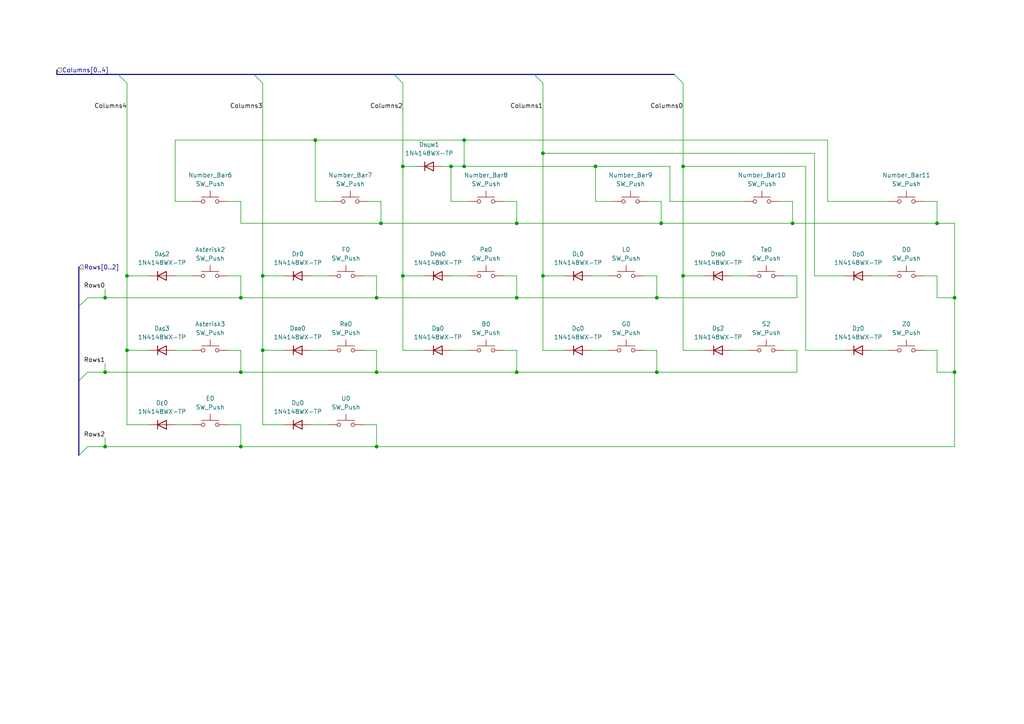
<source format=kicad_sch>
(kicad_sch (version 20250114) (generator "eeschema") (generator_version "9.0")
  (paper "A4")
  (title_block (title "Stenoswitch") (rev "0.1") (company "https://github.com/Bennett-Petzold/port_plover") (comment 1 "NO WARRANTY. See license.") (comment 2 "https://creativecommons.org/licenses/by-sa/4.0/") (comment 3 "© 2025. This work is openly licensed via CC BY-SA 4.0."))
  (lib_symbols
    (symbol "1N4148W_1" (pin_numbers (hide yes)) (pin_names (hide yes))
      (property "Reference" "D" (at 0 2.54 0))
      (property "Value" "1N4148W" (at 0 -2.54 0))
      (symbol "1N4148W_1_0_1"
        (polyline (pts (xy -1.27 1.27) (xy -1.27 -1.27)) (stroke (width 0.254)))
        (polyline (pts (xy 1.27 1.27) (xy 1.27 -1.27) (xy -1.27 0) (xy 1.27 1.27)) (stroke (width 0.254)))
        (polyline (pts (xy 1.27 0) (xy -1.27 0)))
      )
      (symbol "1N4148W_1_1_1"
        (pin passive line (at -3.81 0 0) (length 2.54) (name "K") (number "1"))
        (pin passive line (at 3.81 0 180) (length 2.54) (name "A") (number "2"))
      )
    )
    (symbol "1N4148W_10" (pin_numbers (hide yes)) (pin_names (hide yes))
      (property "Reference" "D" (at 0 2.54 0))
      (property "Value" "1N4148W" (at 0 -2.54 0))
      (symbol "1N4148W_10_0_1"
        (polyline (pts (xy -1.27 1.27) (xy -1.27 -1.27)) (stroke (width 0.254)))
        (polyline (pts (xy 1.27 1.27) (xy 1.27 -1.27) (xy -1.27 0) (xy 1.27 1.27)) (stroke (width 0.254)))
        (polyline (pts (xy 1.27 0) (xy -1.27 0)))
      )
      (symbol "1N4148W_10_1_1"
        (pin passive line (at -3.81 0 0) (length 2.54) (name "K") (number "1"))
        (pin passive line (at 3.81 0 180) (length 2.54) (name "A") (number "2"))
      )
    )
    (symbol "1N4148W_11" (pin_numbers (hide yes)) (pin_names (hide yes))
      (property "Reference" "D" (at 0 2.54 0))
      (property "Value" "1N4148W" (at 0 -2.54 0))
      (symbol "1N4148W_11_0_1"
        (polyline (pts (xy -1.27 1.27) (xy -1.27 -1.27)) (stroke (width 0.254)))
        (polyline (pts (xy 1.27 1.27) (xy 1.27 -1.27) (xy -1.27 0) (xy 1.27 1.27)) (stroke (width 0.254)))
        (polyline (pts (xy 1.27 0) (xy -1.27 0)))
      )
      (symbol "1N4148W_11_1_1"
        (pin passive line (at -3.81 0 0) (length 2.54) (name "K") (number "1"))
        (pin passive line (at 3.81 0 180) (length 2.54) (name "A") (number "2"))
      )
    )
    (symbol "1N4148W_12" (pin_numbers (hide yes)) (pin_names (hide yes))
      (property "Reference" "D" (at 0 2.54 0))
      (property "Value" "1N4148W" (at 0 -2.54 0))
      (symbol "1N4148W_12_0_1"
        (polyline (pts (xy -1.27 1.27) (xy -1.27 -1.27)) (stroke (width 0.254)))
        (polyline (pts (xy 1.27 1.27) (xy 1.27 -1.27) (xy -1.27 0) (xy 1.27 1.27)) (stroke (width 0.254)))
        (polyline (pts (xy 1.27 0) (xy -1.27 0)))
      )
      (symbol "1N4148W_12_1_1"
        (pin passive line (at -3.81 0 0) (length 2.54) (name "K") (number "1"))
        (pin passive line (at 3.81 0 180) (length 2.54) (name "A") (number "2"))
      )
    )
    (symbol "1N4148W_13" (pin_numbers (hide yes)) (pin_names (hide yes))
      (property "Reference" "D" (at 0 2.54 0))
      (property "Value" "1N4148W" (at 0 -2.54 0))
      (symbol "1N4148W_13_0_1"
        (polyline (pts (xy -1.27 1.27) (xy -1.27 -1.27)) (stroke (width 0.254)))
        (polyline (pts (xy 1.27 1.27) (xy 1.27 -1.27) (xy -1.27 0) (xy 1.27 1.27)) (stroke (width 0.254)))
        (polyline (pts (xy 1.27 0) (xy -1.27 0)))
      )
      (symbol "1N4148W_13_1_1"
        (pin passive line (at -3.81 0 0) (length 2.54) (name "K") (number "1"))
        (pin passive line (at 3.81 0 180) (length 2.54) (name "A") (number "2"))
      )
    )
    (symbol "1N4148W_14" (pin_numbers (hide yes)) (pin_names (hide yes))
      (property "Reference" "D" (at 0 2.54 0))
      (property "Value" "1N4148W" (at 0 -2.54 0))
      (symbol "1N4148W_14_0_1"
        (polyline (pts (xy -1.27 1.27) (xy -1.27 -1.27)) (stroke (width 0.254)))
        (polyline (pts (xy 1.27 1.27) (xy 1.27 -1.27) (xy -1.27 0) (xy 1.27 1.27)) (stroke (width 0.254)))
        (polyline (pts (xy 1.27 0) (xy -1.27 0)))
      )
      (symbol "1N4148W_14_1_1"
        (pin passive line (at -3.81 0 0) (length 2.54) (name "K") (number "1"))
        (pin passive line (at 3.81 0 180) (length 2.54) (name "A") (number "2"))
      )
    )
    (symbol "1N4148W_2" (pin_numbers (hide yes)) (pin_names (hide yes))
      (property "Reference" "D" (at 0 2.54 0))
      (property "Value" "1N4148W" (at 0 -2.54 0))
      (symbol "1N4148W_2_0_1"
        (polyline (pts (xy -1.27 1.27) (xy -1.27 -1.27)) (stroke (width 0.254)))
        (polyline (pts (xy 1.27 1.27) (xy 1.27 -1.27) (xy -1.27 0) (xy 1.27 1.27)) (stroke (width 0.254)))
        (polyline (pts (xy 1.27 0) (xy -1.27 0)))
      )
      (symbol "1N4148W_2_1_1"
        (pin passive line (at -3.81 0 0) (length 2.54) (name "K") (number "1"))
        (pin passive line (at 3.81 0 180) (length 2.54) (name "A") (number "2"))
      )
    )
    (symbol "1N4148W_3" (pin_numbers (hide yes)) (pin_names (hide yes))
      (property "Reference" "D" (at 0 2.54 0))
      (property "Value" "1N4148W" (at 0 -2.54 0))
      (symbol "1N4148W_3_0_1"
        (polyline (pts (xy -1.27 1.27) (xy -1.27 -1.27)) (stroke (width 0.254)))
        (polyline (pts (xy 1.27 1.27) (xy 1.27 -1.27) (xy -1.27 0) (xy 1.27 1.27)) (stroke (width 0.254)))
        (polyline (pts (xy 1.27 0) (xy -1.27 0)))
      )
      (symbol "1N4148W_3_1_1"
        (pin passive line (at -3.81 0 0) (length 2.54) (name "K") (number "1"))
        (pin passive line (at 3.81 0 180) (length 2.54) (name "A") (number "2"))
      )
    )
    (symbol "1N4148W_4" (pin_numbers (hide yes)) (pin_names (hide yes))
      (property "Reference" "D" (at 0 2.54 0))
      (property "Value" "1N4148W" (at 0 -2.54 0))
      (symbol "1N4148W_4_0_1"
        (polyline (pts (xy -1.27 1.27) (xy -1.27 -1.27)) (stroke (width 0.254)))
        (polyline (pts (xy 1.27 1.27) (xy 1.27 -1.27) (xy -1.27 0) (xy 1.27 1.27)) (stroke (width 0.254)))
        (polyline (pts (xy 1.27 0) (xy -1.27 0)))
      )
      (symbol "1N4148W_4_1_1"
        (pin passive line (at -3.81 0 0) (length 2.54) (name "K") (number "1"))
        (pin passive line (at 3.81 0 180) (length 2.54) (name "A") (number "2"))
      )
    )
    (symbol "1N4148W_5" (pin_numbers (hide yes)) (pin_names (hide yes))
      (property "Reference" "D" (at 0 2.54 0))
      (property "Value" "1N4148W" (at 0 -2.54 0))
      (symbol "1N4148W_5_0_1"
        (polyline (pts (xy -1.27 1.27) (xy -1.27 -1.27)) (stroke (width 0.254)))
        (polyline (pts (xy 1.27 1.27) (xy 1.27 -1.27) (xy -1.27 0) (xy 1.27 1.27)) (stroke (width 0.254)))
        (polyline (pts (xy 1.27 0) (xy -1.27 0)))
      )
      (symbol "1N4148W_5_1_1"
        (pin passive line (at -3.81 0 0) (length 2.54) (name "K") (number "1"))
        (pin passive line (at 3.81 0 180) (length 2.54) (name "A") (number "2"))
      )
    )
    (symbol "1N4148W_6" (pin_numbers (hide yes)) (pin_names (hide yes))
      (property "Reference" "D" (at 0 2.54 0))
      (property "Value" "1N4148W" (at 0 -2.54 0))
      (symbol "1N4148W_6_0_1"
        (polyline (pts (xy -1.27 1.27) (xy -1.27 -1.27)) (stroke (width 0.254)))
        (polyline (pts (xy 1.27 1.27) (xy 1.27 -1.27) (xy -1.27 0) (xy 1.27 1.27)) (stroke (width 0.254)))
        (polyline (pts (xy 1.27 0) (xy -1.27 0)))
      )
      (symbol "1N4148W_6_1_1"
        (pin passive line (at -3.81 0 0) (length 2.54) (name "K") (number "1"))
        (pin passive line (at 3.81 0 180) (length 2.54) (name "A") (number "2"))
      )
    )
    (symbol "1N4148W_7" (pin_numbers (hide yes)) (pin_names (hide yes))
      (property "Reference" "D" (at 0 2.54 0))
      (property "Value" "1N4148W" (at 0 -2.54 0))
      (symbol "1N4148W_7_0_1"
        (polyline (pts (xy -1.27 1.27) (xy -1.27 -1.27)) (stroke (width 0.254)))
        (polyline (pts (xy 1.27 1.27) (xy 1.27 -1.27) (xy -1.27 0) (xy 1.27 1.27)) (stroke (width 0.254)))
        (polyline (pts (xy 1.27 0) (xy -1.27 0)))
      )
      (symbol "1N4148W_7_1_1"
        (pin passive line (at -3.81 0 0) (length 2.54) (name "K") (number "1"))
        (pin passive line (at 3.81 0 180) (length 2.54) (name "A") (number "2"))
      )
    )
    (symbol "1N4148W_8" (pin_numbers (hide yes)) (pin_names (hide yes))
      (property "Reference" "D" (at 0 2.54 0))
      (property "Value" "1N4148W" (at 0 -2.54 0))
      (symbol "1N4148W_8_0_1"
        (polyline (pts (xy -1.27 1.27) (xy -1.27 -1.27)) (stroke (width 0.254)))
        (polyline (pts (xy 1.27 1.27) (xy 1.27 -1.27) (xy -1.27 0) (xy 1.27 1.27)) (stroke (width 0.254)))
        (polyline (pts (xy 1.27 0) (xy -1.27 0)))
      )
      (symbol "1N4148W_8_1_1"
        (pin passive line (at -3.81 0 0) (length 2.54) (name "K") (number "1"))
        (pin passive line (at 3.81 0 180) (length 2.54) (name "A") (number "2"))
      )
    )
    (symbol "1N4148W_9" (pin_numbers (hide yes)) (pin_names (hide yes))
      (property "Reference" "D" (at 0 2.54 0))
      (property "Value" "1N4148W" (at 0 -2.54 0))
      (symbol "1N4148W_9_0_1"
        (polyline (pts (xy -1.27 1.27) (xy -1.27 -1.27)) (stroke (width 0.254)))
        (polyline (pts (xy 1.27 1.27) (xy 1.27 -1.27) (xy -1.27 0) (xy 1.27 1.27)) (stroke (width 0.254)))
        (polyline (pts (xy 1.27 0) (xy -1.27 0)))
      )
      (symbol "1N4148W_9_1_1"
        (pin passive line (at -3.81 0 0) (length 2.54) (name "K") (number "1"))
        (pin passive line (at 3.81 0 180) (length 2.54) (name "A") (number "2"))
      )
    )
    (symbol "Diode:1N4148W" (pin_numbers (hide yes)) (pin_names (hide yes))
      (property "Reference" "D" (at 0 2.54 0))
      (property "Value" "1N4148W" (at 0 -2.54 0))
      (symbol "1N4148W_0_1"
        (polyline (pts (xy -1.27 1.27) (xy -1.27 -1.27)) (stroke (width 0.254)))
        (polyline (pts (xy 1.27 1.27) (xy 1.27 -1.27) (xy -1.27 0) (xy 1.27 1.27)) (stroke (width 0.254)))
        (polyline (pts (xy 1.27 0) (xy -1.27 0)))
      )
      (symbol "1N4148W_1_1"
        (pin passive line (at -3.81 0 0) (length 2.54) (name "K") (number "1"))
        (pin passive line (at 3.81 0 180) (length 2.54) (name "A") (number "2"))
      )
    )
    (symbol "Switch:SW_Push" (pin_numbers (hide yes)) (pin_names (offset 1.016) (hide yes))
      (property "Reference" "SW" (at 1.27 2.54 0))
      (property "Value" "SW_Push" (at 0 -1.524 0))
      (symbol "SW_Push_0_1"
        (circle (center -2.032 0) (radius 0.508))
        (polyline (pts (xy 0 1.27) (xy 0 3.048)))
        (circle (center 2.032 0) (radius 0.508))
        (polyline (pts (xy 2.54 1.27) (xy -2.54 1.27)))
        (pin passive line (at -5.08 0 0) (length 2.54) (name "1") (number "1"))
        (pin passive line (at 5.08 0 180) (length 2.54) (name "2") (number "2"))
      )
    )
  )
  (junction (at 190.5 107.95))
  (junction (at 30.48 129.54))
  (junction (at 91.44 40.64))
  (junction (at 134.62 40.64))
  (junction (at 76.2 80.01))
  (junction (at 76.2 101.6))
  (junction (at 116.84 48.26))
  (junction (at 134.62 48.26))
  (junction (at 198.12 80.01))
  (junction (at 109.22 129.54))
  (junction (at 198.12 48.26))
  (junction (at 69.85 107.95))
  (junction (at 30.48 107.95))
  (junction (at 191.77 64.77))
  (junction (at 116.84 80.01))
  (junction (at 109.22 86.36))
  (junction (at 276.86 86.36))
  (junction (at 36.83 101.6))
  (junction (at 69.85 86.36))
  (junction (at 172.72 48.26))
  (junction (at 109.22 107.95))
  (junction (at 149.86 107.95))
  (junction (at 276.86 107.95))
  (junction (at 69.85 129.54))
  (junction (at 271.78 64.77))
  (junction (at 130.81 48.26))
  (junction (at 190.5 86.36))
  (junction (at 30.48 86.36))
  (junction (at 149.86 64.77))
  (junction (at 110.49 64.77))
  (junction (at 229.87 64.77))
  (junction (at 149.86 86.36))
  (junction (at 157.48 80.01))
  (junction (at 157.48 44.45))
  (junction (at 36.83 80.01))
  (bus_entry (at 198.12 24.13) (size -2.54 -2.54))
  (bus_entry (at 76.2 24.13) (size -2.54 -2.54))
  (bus_entry (at 25.4 86.36) (size -2.54 2.54))
  (bus_entry (at 36.83 24.13) (size -2.54 -2.54))
  (bus_entry (at 157.48 24.13) (size -2.54 -2.54))
  (bus_entry (at 25.4 129.54) (size -2.54 2.54))
  (bus_entry (at 25.4 107.95) (size -2.54 2.54))
  (bus_entry (at 116.84 24.13) (size -2.54 -2.54))
  (wire (pts (xy 229.87 58.42) (xy 229.87 64.77)))
  (wire (pts (xy 157.48 80.01) (xy 163.83 80.01)))
  (wire (pts (xy 116.84 24.13) (xy 116.84 48.26)))
  (wire (pts (xy 190.5 86.36) (xy 149.86 86.36)))
  (wire (pts (xy 134.62 40.64) (xy 91.44 40.64)))
  (wire (pts (xy 271.78 64.77) (xy 276.86 64.77)))
  (wire (pts (xy 69.85 129.54) (xy 30.48 129.54)))
  (wire (pts (xy 212.09 101.6) (xy 217.17 101.6)))
  (wire (pts (xy 194.31 48.26) (xy 172.72 48.26)))
  (wire (pts (xy 276.86 107.95) (xy 276.86 129.54)))
  (wire (pts (xy 240.03 58.42) (xy 257.81 58.42)))
  (wire (pts (xy 76.2 123.19) (xy 76.2 101.6)))
  (wire (pts (xy 172.72 58.42) (xy 177.8 58.42)))
  (wire (pts (xy 120.65 48.26) (xy 116.84 48.26)))
  (wire (pts (xy 36.83 24.13) (xy 36.83 80.01)))
  (wire (pts (xy 233.68 48.26) (xy 198.12 48.26)))
  (wire (pts (xy 146.05 58.42) (xy 149.86 58.42)))
  (wire (pts (xy 231.14 107.95) (xy 190.5 107.95)))
  (wire (pts (xy 109.22 123.19) (xy 109.22 129.54)))
  (bus (pts (xy 22.86 77.47) (xy 22.86 88.9)))
  (wire (pts (xy 240.03 40.64) (xy 134.62 40.64)))
  (wire (pts (xy 267.97 80.01) (xy 271.78 80.01)))
  (bus (pts (xy 16.51 20.32) (xy 16.51 21.59)))
  (wire (pts (xy 187.96 58.42) (xy 191.77 58.42)))
  (wire (pts (xy 76.2 101.6) (xy 82.55 101.6)))
  (wire (pts (xy 240.03 58.42) (xy 240.03 40.64)))
  (wire (pts (xy 50.8 58.42) (xy 55.88 58.42)))
  (wire (pts (xy 149.86 58.42) (xy 149.86 64.77)))
  (wire (pts (xy 90.17 101.6) (xy 95.25 101.6)))
  (wire (pts (xy 236.22 44.45) (xy 157.48 44.45)))
  (wire (pts (xy 76.2 123.19) (xy 82.55 123.19)))
  (wire (pts (xy 191.77 58.42) (xy 191.77 64.77)))
  (wire (pts (xy 109.22 86.36) (xy 69.85 86.36)))
  (wire (pts (xy 134.62 48.26) (xy 172.72 48.26)))
  (wire (pts (xy 36.83 101.6) (xy 36.83 80.01)))
  (wire (pts (xy 276.86 129.54) (xy 109.22 129.54)))
  (wire (pts (xy 267.97 58.42) (xy 271.78 58.42)))
  (wire (pts (xy 82.55 80.01) (xy 76.2 80.01)))
  (wire (pts (xy 66.04 80.01) (xy 69.85 80.01)))
  (wire (pts (xy 134.62 40.64) (xy 134.62 48.26)))
  (wire (pts (xy 30.48 83.82) (xy 30.48 86.36)))
  (wire (pts (xy 229.87 64.77) (xy 271.78 64.77)))
  (wire (pts (xy 149.86 64.77) (xy 191.77 64.77)))
  (wire (pts (xy 50.8 40.64) (xy 91.44 40.64)))
  (wire (pts (xy 109.22 101.6) (xy 109.22 107.95)))
  (wire (pts (xy 50.8 40.64) (xy 50.8 58.42)))
  (wire (pts (xy 90.17 80.01) (xy 95.25 80.01)))
  (wire (pts (xy 227.33 101.6) (xy 231.14 101.6)))
  (wire (pts (xy 198.12 48.26) (xy 198.12 80.01)))
  (wire (pts (xy 236.22 80.01) (xy 236.22 44.45)))
  (wire (pts (xy 76.2 101.6) (xy 76.2 80.01)))
  (wire (pts (xy 227.33 80.01) (xy 231.14 80.01)))
  (wire (pts (xy 149.86 86.36) (xy 109.22 86.36)))
  (wire (pts (xy 110.49 64.77) (xy 69.85 64.77)))
  (wire (pts (xy 198.12 24.13) (xy 198.12 48.26)))
  (wire (pts (xy 36.83 123.19) (xy 43.18 123.19)))
  (wire (pts (xy 194.31 58.42) (xy 215.9 58.42)))
  (bus (pts (xy 195.58 21.59) (xy 154.94 21.59)))
  (wire (pts (xy 276.86 107.95) (xy 271.78 107.95)))
  (wire (pts (xy 198.12 101.6) (xy 204.47 101.6)))
  (wire (pts (xy 110.49 58.42) (xy 110.49 64.77)))
  (wire (pts (xy 252.73 101.6) (xy 257.81 101.6)))
  (wire (pts (xy 109.22 129.54) (xy 69.85 129.54)))
  (wire (pts (xy 69.85 101.6) (xy 69.85 107.95)))
  (wire (pts (xy 231.14 86.36) (xy 190.5 86.36)))
  (wire (pts (xy 69.85 107.95) (xy 30.48 107.95)))
  (wire (pts (xy 267.97 101.6) (xy 271.78 101.6)))
  (wire (pts (xy 198.12 80.01) (xy 204.47 80.01)))
  (wire (pts (xy 186.69 80.01) (xy 190.5 80.01)))
  (wire (pts (xy 116.84 101.6) (xy 116.84 80.01)))
  (wire (pts (xy 276.86 64.77) (xy 276.86 86.36)))
  (wire (pts (xy 149.86 101.6) (xy 149.86 107.95)))
  (wire (pts (xy 231.14 101.6) (xy 231.14 107.95)))
  (wire (pts (xy 105.41 80.01) (xy 109.22 80.01)))
  (wire (pts (xy 105.41 101.6) (xy 109.22 101.6)))
  (wire (pts (xy 69.85 123.19) (xy 69.85 129.54)))
  (wire (pts (xy 233.68 101.6) (xy 233.68 48.26)))
  (wire (pts (xy 172.72 58.42) (xy 172.72 48.26)))
  (wire (pts (xy 91.44 58.42) (xy 96.52 58.42)))
  (wire (pts (xy 69.85 58.42) (xy 69.85 64.77)))
  (wire (pts (xy 50.8 80.01) (xy 55.88 80.01)))
  (wire (pts (xy 276.86 86.36) (xy 271.78 86.36)))
  (wire (pts (xy 30.48 105.41) (xy 30.48 107.95)))
  (wire (pts (xy 157.48 44.45) (xy 157.48 80.01)))
  (wire (pts (xy 130.81 48.26) (xy 134.62 48.26)))
  (wire (pts (xy 198.12 101.6) (xy 198.12 80.01)))
  (wire (pts (xy 130.81 58.42) (xy 135.89 58.42)))
  (wire (pts (xy 271.78 80.01) (xy 271.78 86.36)))
  (wire (pts (xy 105.41 123.19) (xy 109.22 123.19)))
  (wire (pts (xy 212.09 80.01) (xy 217.17 80.01)))
  (wire (pts (xy 186.69 101.6) (xy 190.5 101.6)))
  (wire (pts (xy 109.22 80.01) (xy 109.22 86.36)))
  (wire (pts (xy 30.48 86.36) (xy 25.4 86.36)))
  (wire (pts (xy 190.5 101.6) (xy 190.5 107.95)))
  (wire (pts (xy 30.48 127) (xy 30.48 129.54)))
  (wire (pts (xy 36.83 123.19) (xy 36.83 101.6)))
  (wire (pts (xy 171.45 101.6) (xy 176.53 101.6)))
  (wire (pts (xy 43.18 80.01) (xy 36.83 80.01)))
  (wire (pts (xy 69.85 80.01) (xy 69.85 86.36)))
  (wire (pts (xy 157.48 24.13) (xy 157.48 44.45)))
  (wire (pts (xy 130.81 80.01) (xy 135.89 80.01)))
  (wire (pts (xy 36.83 101.6) (xy 43.18 101.6)))
  (wire (pts (xy 171.45 80.01) (xy 176.53 80.01)))
  (bus (pts (xy 16.51 21.59) (xy 34.29 21.59)))
  (bus (pts (xy 154.94 21.59) (xy 114.3 21.59)))
  (wire (pts (xy 91.44 40.64) (xy 91.44 58.42)))
  (wire (pts (xy 30.48 107.95) (xy 25.4 107.95)))
  (wire (pts (xy 226.06 58.42) (xy 229.87 58.42)))
  (wire (pts (xy 50.8 101.6) (xy 55.88 101.6)))
  (wire (pts (xy 109.22 107.95) (xy 69.85 107.95)))
  (wire (pts (xy 236.22 80.01) (xy 245.11 80.01)))
  (wire (pts (xy 271.78 101.6) (xy 271.78 107.95)))
  (wire (pts (xy 149.86 80.01) (xy 149.86 86.36)))
  (wire (pts (xy 245.11 101.6) (xy 233.68 101.6)))
  (wire (pts (xy 130.81 48.26) (xy 130.81 58.42)))
  (wire (pts (xy 116.84 101.6) (xy 123.19 101.6)))
  (wire (pts (xy 146.05 80.01) (xy 149.86 80.01)))
  (wire (pts (xy 106.68 58.42) (xy 110.49 58.42)))
  (wire (pts (xy 116.84 80.01) (xy 123.19 80.01)))
  (wire (pts (xy 30.48 129.54) (xy 25.4 129.54)))
  (bus (pts (xy 114.3 21.59) (xy 73.66 21.59)))
  (wire (pts (xy 190.5 80.01) (xy 190.5 86.36)))
  (wire (pts (xy 69.85 86.36) (xy 30.48 86.36)))
  (wire (pts (xy 191.77 64.77) (xy 229.87 64.77)))
  (wire (pts (xy 149.86 64.77) (xy 110.49 64.77)))
  (wire (pts (xy 90.17 123.19) (xy 95.25 123.19)))
  (wire (pts (xy 128.27 48.26) (xy 130.81 48.26)))
  (bus (pts (xy 22.86 110.49) (xy 22.86 132.08)))
  (wire (pts (xy 116.84 48.26) (xy 116.84 80.01)))
  (wire (pts (xy 130.81 101.6) (xy 135.89 101.6)))
  (wire (pts (xy 66.04 123.19) (xy 69.85 123.19)))
  (wire (pts (xy 190.5 107.95) (xy 149.86 107.95)))
  (wire (pts (xy 149.86 107.95) (xy 109.22 107.95)))
  (wire (pts (xy 276.86 86.36) (xy 276.86 107.95)))
  (wire (pts (xy 76.2 24.13) (xy 76.2 80.01)))
  (wire (pts (xy 66.04 101.6) (xy 69.85 101.6)))
  (wire (pts (xy 252.73 80.01) (xy 257.81 80.01)))
  (bus (pts (xy 73.66 21.59) (xy 34.29 21.59)))
  (wire (pts (xy 271.78 58.42) (xy 271.78 64.77)))
  (wire (pts (xy 157.48 101.6) (xy 163.83 101.6)))
  (wire (pts (xy 157.48 101.6) (xy 157.48 80.01)))
  (wire (pts (xy 50.8 123.19) (xy 55.88 123.19)))
  (wire (pts (xy 231.14 80.01) (xy 231.14 86.36)))
  (bus (pts (xy 22.86 88.9) (xy 22.86 110.49)))
  (wire (pts (xy 194.31 58.42) (xy 194.31 48.26)))
  (wire (pts (xy 146.05 101.6) (xy 149.86 101.6)))
  (wire (pts (xy 66.04 58.42) (xy 69.85 58.42)))
  (label "Columns0" (at 198.12 31.75 180))
  (label "Rows2" (at 30.48 127 180))
  (label "Columns2" (at 116.84 31.75 180))
  (label "Columns4" (at 36.83 31.75 180))
  (label "Rows1" (at 30.48 105.41 180))
  (label "Columns3" (at 76.2 31.75 180))
  (label "Rows0" (at 30.48 83.82 180))
  (label "Columns1" (at 157.48 31.75 180))
  (hierarchical_label "Rows[0..2]" (shape input) (at 22.86 77.47 0))
  (hierarchical_label "Columns[0..4]" (shape input) (at 16.51 20.32 0))
  (symbol (lib_name "1N4148W_13") (lib_id "Diode:1N4148W") (at 167.64 80.01 0) (mirror x) (unit 1)
    (property "Reference" "D_{L}0" (at 167.64 73.66 0))
    (property "Value" "1N4148WX-TP" (at 167.64 76.2 0))
    (property "Footprint" "Diode_SMD:D_SOD-323" (effects (hide yes)))
    (property "Datasheet" "https://www.mccsemi.com/pdf/Products/1N4148WX(SOD-323).pdf" (effects (hide yes)))
    (property "Description" "75V 0.15A Fast Switching Diode, SOD-123" (effects (hide yes)))
    (property "Sim.Device" "D" (effects (hide yes)))
    (property "Sim.Pins" "1=K 2=A" (effects (hide yes)))
  )
  (symbol (lib_name "1N4148W_1") (lib_id "Diode:1N4148W") (at 167.64 101.6 0) (mirror x) (unit 1)
    (property "Reference" "D_{G}0" (at 167.64 95.25 0))
    (property "Value" "1N4148WX-TP" (at 167.64 97.79 0))
    (property "Footprint" "Diode_SMD:D_SOD-323" (effects (hide yes)))
    (property "Datasheet" "https://www.mccsemi.com/pdf/Products/1N4148WX(SOD-323).pdf" (effects (hide yes)))
    (property "Description" "75V 0.15A Fast Switching Diode, SOD-123" (effects (hide yes)))
    (property "Sim.Device" "D" (effects (hide yes)))
    (property "Sim.Pins" "1=K 2=A" (effects (hide yes)))
  )
  (symbol (lib_name "1N4148W_4") (lib_id "Diode:1N4148W") (at 127 101.6 0) (mirror x) (unit 1)
    (property "Reference" "D_{B}0" (at 127 95.25 0))
    (property "Value" "1N4148WX-TP" (at 127 97.79 0))
    (property "Footprint" "Diode_SMD:D_SOD-323" (effects (hide yes)))
    (property "Datasheet" "https://www.mccsemi.com/pdf/Products/1N4148WX(SOD-323).pdf" (effects (hide yes)))
    (property "Description" "75V 0.15A Fast Switching Diode, SOD-123" (effects (hide yes)))
    (property "Sim.Device" "D" (effects (hide yes)))
    (property "Sim.Pins" "1=K 2=A" (effects (hide yes)))
  )
  (symbol (lib_id "Switch:SW_Push") (at 60.96 58.42 0) (mirror y) (unit 1)
    (property "Reference" "Number_Bar6" (at 60.96 50.8 0))
    (property "Value" "SW_Push" (at 60.96 53.34 0))
    (property "Footprint" "PCM_Switch_Keyboard_Cherry_MX:SW_Cherry_MX_PCB" (effects (hide yes)))
    (property "Description" "Push button switch, generic, two pins" (effects (hide yes)))
    (property "Sim.Device" "SW" (effects (hide yes)))
    (property "Sim.Type" "V" (effects (hide yes)))
    (property "Sim.Pins" "1=ctrl+ 2=ctrl-" (effects (hide yes)))
    (property "Sim.Params" "ic=off" (effects (hide yes)))
  )
  (symbol (lib_id "Switch:SW_Push") (at 100.33 123.19 0) (mirror y) (unit 1)
    (property "Reference" "U0" (at 100.33 115.57 0))
    (property "Value" "SW_Push" (at 100.33 118.11 0))
    (property "Footprint" "PCM_Switch_Keyboard_Cherry_MX:SW_Cherry_MX_PCB" (effects (hide yes)))
    (property "Description" "Push button switch, generic, two pins" (effects (hide yes)))
    (property "Sim.Device" "SW" (effects (hide yes)))
    (property "Sim.Type" "V" (effects (hide yes)))
    (property "Sim.Pins" "1=ctrl+ 2=ctrl-" (effects (hide yes)))
    (property "Sim.Params" "ic=off" (effects (hide yes)))
  )
  (symbol (lib_id "Switch:SW_Push") (at 262.89 101.6 0) (mirror y) (unit 1)
    (property "Reference" "Z0" (at 262.89 93.98 0))
    (property "Value" "SW_Push" (at 262.89 96.52 0))
    (property "Footprint" "PCM_Switch_Keyboard_Cherry_MX:SW_Cherry_MX_PCB" (effects (hide yes)))
    (property "Description" "Push button switch, generic, two pins" (effects (hide yes)))
    (property "Sim.Device" "SW" (effects (hide yes)))
    (property "Sim.Type" "V" (effects (hide yes)))
    (property "Sim.Pins" "1=ctrl+ 2=ctrl-" (effects (hide yes)))
    (property "Sim.Params" "ic=off" (effects (hide yes)))
  )
  (symbol (lib_id "Switch:SW_Push") (at 101.6 58.42 0) (mirror y) (unit 1)
    (property "Reference" "Number_Bar7" (at 101.6 50.8 0))
    (property "Value" "SW_Push" (at 101.6 53.34 0))
    (property "Footprint" "PCM_Switch_Keyboard_Cherry_MX:SW_Cherry_MX_PCB" (effects (hide yes)))
    (property "Description" "Push button switch, generic, two pins" (effects (hide yes)))
    (property "Sim.Device" "SW" (effects (hide yes)))
    (property "Sim.Type" "V" (effects (hide yes)))
    (property "Sim.Pins" "1=ctrl+ 2=ctrl-" (effects (hide yes)))
    (property "Sim.Params" "ic=off" (effects (hide yes)))
  )
  (symbol (lib_name "1N4148W_12") (lib_id "Diode:1N4148W") (at 46.99 80.01 0) (mirror x) (unit 1)
    (property "Reference" "D_{AS}2" (at 46.99 73.66 0))
    (property "Value" "1N4148WX-TP" (at 46.99 76.2 0))
    (property "Footprint" "Diode_SMD:D_SOD-323" (effects (hide yes)))
    (property "Datasheet" "https://www.mccsemi.com/pdf/Products/1N4148WX(SOD-323).pdf" (effects (hide yes)))
    (property "Description" "75V 0.15A Fast Switching Diode, SOD-123" (effects (hide yes)))
    (property "Sim.Device" "D" (effects (hide yes)))
    (property "Sim.Pins" "1=K 2=A" (effects (hide yes)))
  )
  (symbol (lib_name "1N4148W_3") (lib_id "Diode:1N4148W") (at 248.92 101.6 0) (mirror x) (unit 1)
    (property "Reference" "D_{Z}0" (at 248.92 95.25 0))
    (property "Value" "1N4148WX-TP" (at 248.92 97.79 0))
    (property "Footprint" "Diode_SMD:D_SOD-323" (effects (hide yes)))
    (property "Datasheet" "https://www.mccsemi.com/pdf/Products/1N4148WX(SOD-323).pdf" (effects (hide yes)))
    (property "Description" "75V 0.15A Fast Switching Diode, SOD-123" (effects (hide yes)))
    (property "Sim.Device" "D" (effects (hide yes)))
    (property "Sim.Pins" "1=K 2=A" (effects (hide yes)))
  )
  (symbol (lib_name "1N4148W_7") (lib_id "Diode:1N4148W") (at 46.99 101.6 0) (mirror x) (unit 1)
    (property "Reference" "D_{AS}3" (at 46.99 95.25 0))
    (property "Value" "1N4148WX-TP" (at 46.99 97.79 0))
    (property "Footprint" "Diode_SMD:D_SOD-323" (effects (hide yes)))
    (property "Datasheet" "https://www.mccsemi.com/pdf/Products/1N4148WX(SOD-323).pdf" (effects (hide yes)))
    (property "Description" "75V 0.15A Fast Switching Diode, SOD-123" (effects (hide yes)))
    (property "Sim.Device" "D" (effects (hide yes)))
    (property "Sim.Pins" "1=K 2=A" (effects (hide yes)))
  )
  (symbol (lib_name "1N4148W_2") (lib_id "Diode:1N4148W") (at 248.92 80.01 0) (mirror x) (unit 1)
    (property "Reference" "D_{D}0" (at 248.92 73.66 0))
    (property "Value" "1N4148WX-TP" (at 248.92 76.2 0))
    (property "Footprint" "Diode_SMD:D_SOD-323" (effects (hide yes)))
    (property "Datasheet" "https://www.mccsemi.com/pdf/Products/1N4148WX(SOD-323).pdf" (effects (hide yes)))
    (property "Description" "75V 0.15A Fast Switching Diode, SOD-123" (effects (hide yes)))
    (property "Sim.Device" "D" (effects (hide yes)))
    (property "Sim.Pins" "1=K 2=A" (effects (hide yes)))
  )
  (symbol (lib_name "1N4148W_5") (lib_id "Diode:1N4148W") (at 86.36 123.19 0) (mirror x) (unit 1)
    (property "Reference" "D_{U}0" (at 86.36 116.84 0))
    (property "Value" "1N4148WX-TP" (at 86.36 119.38 0))
    (property "Footprint" "Diode_SMD:D_SOD-323" (effects (hide yes)))
    (property "Datasheet" "https://www.mccsemi.com/pdf/Products/1N4148WX(SOD-323).pdf" (effects (hide yes)))
    (property "Description" "75V 0.15A Fast Switching Diode, SOD-123" (effects (hide yes)))
    (property "Sim.Device" "D" (effects (hide yes)))
    (property "Sim.Pins" "1=K 2=A" (effects (hide yes)))
  )
  (symbol (lib_id "Switch:SW_Push") (at 60.96 123.19 0) (mirror y) (unit 1)
    (property "Reference" "E0" (at 60.96 115.57 0))
    (property "Value" "SW_Push" (at 60.96 118.11 0))
    (property "Footprint" "PCM_Switch_Keyboard_Cherry_MX:SW_Cherry_MX_PCB" (effects (hide yes)))
    (property "Description" "Push button switch, generic, two pins" (effects (hide yes)))
    (property "Sim.Device" "SW" (effects (hide yes)))
    (property "Sim.Type" "V" (effects (hide yes)))
    (property "Sim.Pins" "1=ctrl+ 2=ctrl-" (effects (hide yes)))
    (property "Sim.Params" "ic=off" (effects (hide yes)))
  )
  (symbol (lib_id "Switch:SW_Push") (at 222.25 80.01 0) (mirror y) (unit 1)
    (property "Reference" "T_{R}0" (at 222.25 72.39 0))
    (property "Value" "SW_Push" (at 222.25 74.93 0))
    (property "Footprint" "PCM_Switch_Keyboard_Cherry_MX:SW_Cherry_MX_PCB" (effects (hide yes)))
    (property "Description" "Push button switch, generic, two pins" (effects (hide yes)))
    (property "Sim.Device" "SW" (effects (hide yes)))
    (property "Sim.Type" "V" (effects (hide yes)))
    (property "Sim.Pins" "1=ctrl+ 2=ctrl-" (effects (hide yes)))
    (property "Sim.Params" "ic=off" (effects (hide yes)))
  )
  (symbol (lib_name "1N4148W_10") (lib_id "Diode:1N4148W") (at 208.28 101.6 0) (mirror x) (unit 1)
    (property "Reference" "D_{S}2" (at 208.28 95.25 0))
    (property "Value" "1N4148WX-TP" (at 208.28 97.79 0))
    (property "Footprint" "Diode_SMD:D_SOD-323" (effects (hide yes)))
    (property "Datasheet" "https://www.mccsemi.com/pdf/Products/1N4148WX(SOD-323).pdf" (effects (hide yes)))
    (property "Description" "75V 0.15A Fast Switching Diode, SOD-123" (effects (hide yes)))
    (property "Sim.Device" "D" (effects (hide yes)))
    (property "Sim.Pins" "1=K 2=A" (effects (hide yes)))
  )
  (symbol (lib_name "1N4148W_11") (lib_id "Diode:1N4148W") (at 127 80.01 0) (mirror x) (unit 1)
    (property "Reference" "D_{PR}0" (at 127 73.66 0))
    (property "Value" "1N4148WX-TP" (at 127 76.2 0))
    (property "Footprint" "Diode_SMD:D_SOD-323" (effects (hide yes)))
    (property "Datasheet" "https://www.mccsemi.com/pdf/Products/1N4148WX(SOD-323).pdf" (effects (hide yes)))
    (property "Description" "75V 0.15A Fast Switching Diode, SOD-123" (effects (hide yes)))
    (property "Sim.Device" "D" (effects (hide yes)))
    (property "Sim.Pins" "1=K 2=A" (effects (hide yes)))
  )
  (symbol (lib_name "1N4148W_9") (lib_id "Diode:1N4148W") (at 86.36 80.01 0) (mirror x) (unit 1)
    (property "Reference" "D_{F}0" (at 86.36 73.66 0))
    (property "Value" "1N4148WX-TP" (at 86.36 76.2 0))
    (property "Footprint" "Diode_SMD:D_SOD-323" (effects (hide yes)))
    (property "Datasheet" "https://www.mccsemi.com/pdf/Products/1N4148WX(SOD-323).pdf" (effects (hide yes)))
    (property "Description" "75V 0.15A Fast Switching Diode, SOD-123" (effects (hide yes)))
    (property "Sim.Device" "D" (effects (hide yes)))
    (property "Sim.Pins" "1=K 2=A" (effects (hide yes)))
  )
  (symbol (lib_id "Switch:SW_Push") (at 181.61 80.01 0) (mirror y) (unit 1)
    (property "Reference" "L0" (at 181.61 72.39 0))
    (property "Value" "SW_Push" (at 181.61 74.93 0))
    (property "Footprint" "PCM_Switch_Keyboard_Cherry_MX:SW_Cherry_MX_PCB" (effects (hide yes)))
    (property "Description" "Push button switch, generic, two pins" (effects (hide yes)))
    (property "Sim.Device" "SW" (effects (hide yes)))
    (property "Sim.Type" "V" (effects (hide yes)))
    (property "Sim.Pins" "1=ctrl+ 2=ctrl-" (effects (hide yes)))
    (property "Sim.Params" "ic=off" (effects (hide yes)))
  )
  (symbol (lib_id "Switch:SW_Push") (at 181.61 101.6 0) (mirror y) (unit 1)
    (property "Reference" "G0" (at 181.61 93.98 0))
    (property "Value" "SW_Push" (at 181.61 96.52 0))
    (property "Footprint" "PCM_Switch_Keyboard_Cherry_MX:SW_Cherry_MX_PCB" (effects (hide yes)))
    (property "Description" "Push button switch, generic, two pins" (effects (hide yes)))
    (property "Sim.Device" "SW" (effects (hide yes)))
    (property "Sim.Type" "V" (effects (hide yes)))
    (property "Sim.Pins" "1=ctrl+ 2=ctrl-" (effects (hide yes)))
    (property "Sim.Params" "ic=off" (effects (hide yes)))
  )
  (symbol (lib_id "Switch:SW_Push") (at 140.97 101.6 0) (mirror y) (unit 1)
    (property "Reference" "B0" (at 140.97 93.98 0))
    (property "Value" "SW_Push" (at 140.97 96.52 0))
    (property "Footprint" "PCM_Switch_Keyboard_Cherry_MX:SW_Cherry_MX_PCB" (effects (hide yes)))
    (property "Description" "Push button switch, generic, two pins" (effects (hide yes)))
    (property "Sim.Device" "SW" (effects (hide yes)))
    (property "Sim.Type" "V" (effects (hide yes)))
    (property "Sim.Pins" "1=ctrl+ 2=ctrl-" (effects (hide yes)))
    (property "Sim.Params" "ic=off" (effects (hide yes)))
  )
  (symbol (lib_name "1N4148W_14") (lib_id "Diode:1N4148W") (at 208.28 80.01 0) (mirror x) (unit 1)
    (property "Reference" "D_{TR}0" (at 208.28 73.66 0))
    (property "Value" "1N4148WX-TP" (at 208.28 76.2 0))
    (property "Footprint" "Diode_SMD:D_SOD-323" (effects (hide yes)))
    (property "Datasheet" "https://www.mccsemi.com/pdf/Products/1N4148WX(SOD-323).pdf" (effects (hide yes)))
    (property "Description" "75V 0.15A Fast Switching Diode, SOD-123" (effects (hide yes)))
    (property "Sim.Device" "D" (effects (hide yes)))
    (property "Sim.Pins" "1=K 2=A" (effects (hide yes)))
  )
  (symbol (lib_id "Switch:SW_Push") (at 60.96 80.01 0) (mirror y) (unit 1)
    (property "Reference" "Asterisk2" (at 60.96 72.39 0))
    (property "Value" "SW_Push" (at 60.96 74.93 0))
    (property "Footprint" "PCM_Switch_Keyboard_Cherry_MX:SW_Cherry_MX_PCB" (effects (hide yes)))
    (property "Description" "Push button switch, generic, two pins" (effects (hide yes)))
    (property "Sim.Device" "SW" (effects (hide yes)))
    (property "Sim.Type" "V" (effects (hide yes)))
    (property "Sim.Pins" "1=ctrl+ 2=ctrl-" (effects (hide yes)))
    (property "Sim.Params" "ic=off" (effects (hide yes)))
  )
  (symbol (lib_id "Switch:SW_Push") (at 220.98 58.42 0) (mirror y) (unit 1)
    (property "Reference" "Number_Bar10" (at 220.98 50.8 0))
    (property "Value" "SW_Push" (at 220.98 53.34 0))
    (property "Footprint" "PCM_Switch_Keyboard_Cherry_MX:SW_Cherry_MX_PCB" (effects (hide yes)))
    (property "Description" "Push button switch, generic, two pins" (effects (hide yes)))
    (property "Sim.Device" "SW" (effects (hide yes)))
    (property "Sim.Type" "V" (effects (hide yes)))
    (property "Sim.Pins" "1=ctrl+ 2=ctrl-" (effects (hide yes)))
    (property "Sim.Params" "ic=off" (effects (hide yes)))
  )
  (symbol (lib_id "Switch:SW_Push") (at 262.89 80.01 0) (mirror y) (unit 1)
    (property "Reference" "D0" (at 262.89 72.39 0))
    (property "Value" "SW_Push" (at 262.89 74.93 0))
    (property "Footprint" "PCM_Switch_Keyboard_Cherry_MX:SW_Cherry_MX_PCB" (effects (hide yes)))
    (property "Description" "Push button switch, generic, two pins" (effects (hide yes)))
    (property "Sim.Device" "SW" (effects (hide yes)))
    (property "Sim.Type" "V" (effects (hide yes)))
    (property "Sim.Pins" "1=ctrl+ 2=ctrl-" (effects (hide yes)))
    (property "Sim.Params" "ic=off" (effects (hide yes)))
  )
  (symbol (lib_id "Switch:SW_Push") (at 100.33 101.6 0) (mirror y) (unit 1)
    (property "Reference" "R_{R}0" (at 100.33 93.98 0))
    (property "Value" "SW_Push" (at 100.33 96.52 0))
    (property "Footprint" "PCM_Switch_Keyboard_Cherry_MX:SW_Cherry_MX_PCB" (effects (hide yes)))
    (property "Description" "Push button switch, generic, two pins" (effects (hide yes)))
    (property "Sim.Device" "SW" (effects (hide yes)))
    (property "Sim.Type" "V" (effects (hide yes)))
    (property "Sim.Pins" "1=ctrl+ 2=ctrl-" (effects (hide yes)))
    (property "Sim.Params" "ic=off" (effects (hide yes)))
  )
  (symbol (lib_name "1N4148W_8") (lib_id "Diode:1N4148W") (at 46.99 123.19 0) (mirror x) (unit 1)
    (property "Reference" "D_{E}0" (at 46.99 116.84 0))
    (property "Value" "1N4148WX-TP" (at 46.99 119.38 0))
    (property "Footprint" "Diode_SMD:D_SOD-323" (effects (hide yes)))
    (property "Datasheet" "https://www.mccsemi.com/pdf/Products/1N4148WX(SOD-323).pdf" (effects (hide yes)))
    (property "Description" "75V 0.15A Fast Switching Diode, SOD-123" (effects (hide yes)))
    (property "Sim.Device" "D" (effects (hide yes)))
    (property "Sim.Pins" "1=K 2=A" (effects (hide yes)))
  )
  (symbol (lib_name "1N4148W_6") (lib_id "Diode:1N4148W") (at 124.46 48.26 0) (mirror x) (unit 1)
    (property "Reference" "D_{NUM}1" (at 124.46 41.91 0))
    (property "Value" "1N4148WX-TP" (at 124.46 44.45 0))
    (property "Footprint" "Diode_SMD:D_SOD-323" (effects (hide yes)))
    (property "Datasheet" "https://www.mccsemi.com/pdf/Products/1N4148WX(SOD-323).pdf" (effects (hide yes)))
    (property "Description" "75V 0.15A Fast Switching Diode, SOD-123" (effects (hide yes)))
    (property "Sim.Device" "D" (effects (hide yes)))
    (property "Sim.Pins" "1=K 2=A" (effects (hide yes)))
  )
  (symbol (lib_id "Switch:SW_Push") (at 100.33 80.01 0) (mirror y) (unit 1)
    (property "Reference" "F0" (at 100.33 72.39 0))
    (property "Value" "SW_Push" (at 100.33 74.93 0))
    (property "Footprint" "PCM_Switch_Keyboard_Cherry_MX:SW_Cherry_MX_PCB" (effects (hide yes)))
    (property "Description" "Push button switch, generic, two pins" (effects (hide yes)))
    (property "Sim.Device" "SW" (effects (hide yes)))
    (property "Sim.Type" "V" (effects (hide yes)))
    (property "Sim.Pins" "1=ctrl+ 2=ctrl-" (effects (hide yes)))
    (property "Sim.Params" "ic=off" (effects (hide yes)))
  )
  (symbol (lib_id "Switch:SW_Push") (at 60.96 101.6 0) (mirror y) (unit 1)
    (property "Reference" "Asterisk3" (at 60.96 93.98 0))
    (property "Value" "SW_Push" (at 60.96 96.52 0))
    (property "Footprint" "PCM_Switch_Keyboard_Cherry_MX:SW_Cherry_MX_PCB" (effects (hide yes)))
    (property "Description" "Push button switch, generic, two pins" (effects (hide yes)))
    (property "Sim.Device" "SW" (effects (hide yes)))
    (property "Sim.Type" "V" (effects (hide yes)))
    (property "Sim.Pins" "1=ctrl+ 2=ctrl-" (effects (hide yes)))
    (property "Sim.Params" "ic=off" (effects (hide yes)))
  )
  (symbol (lib_id "Switch:SW_Push") (at 140.97 80.01 0) (mirror y) (unit 1)
    (property "Reference" "P_{R}0" (at 140.97 72.39 0))
    (property "Value" "SW_Push" (at 140.97 74.93 0))
    (property "Footprint" "PCM_Switch_Keyboard_Cherry_MX:SW_Cherry_MX_PCB" (effects (hide yes)))
    (property "Description" "Push button switch, generic, two pins" (effects (hide yes)))
    (property "Sim.Device" "SW" (effects (hide yes)))
    (property "Sim.Type" "V" (effects (hide yes)))
    (property "Sim.Pins" "1=ctrl+ 2=ctrl-" (effects (hide yes)))
    (property "Sim.Params" "ic=off" (effects (hide yes)))
  )
  (symbol (lib_id "Switch:SW_Push") (at 140.97 58.42 0) (mirror y) (unit 1)
    (property "Reference" "Number_Bar8" (at 140.97 50.8 0))
    (property "Value" "SW_Push" (at 140.97 53.34 0))
    (property "Footprint" "PCM_Switch_Keyboard_Cherry_MX:SW_Cherry_MX_PCB" (effects (hide yes)))
    (property "Description" "Push button switch, generic, two pins" (effects (hide yes)))
    (property "Sim.Device" "SW" (effects (hide yes)))
    (property "Sim.Type" "V" (effects (hide yes)))
    (property "Sim.Pins" "1=ctrl+ 2=ctrl-" (effects (hide yes)))
    (property "Sim.Params" "ic=off" (effects (hide yes)))
  )
  (symbol (lib_id "Switch:SW_Push") (at 222.25 101.6 0) (mirror y) (unit 1)
    (property "Reference" "S2" (at 222.25 93.98 0))
    (property "Value" "SW_Push" (at 222.25 96.52 0))
    (property "Footprint" "PCM_Switch_Keyboard_Cherry_MX:SW_Cherry_MX_PCB" (effects (hide yes)))
    (property "Description" "Push button switch, generic, two pins" (effects (hide yes)))
    (property "Sim.Device" "SW" (effects (hide yes)))
    (property "Sim.Type" "V" (effects (hide yes)))
    (property "Sim.Pins" "1=ctrl+ 2=ctrl-" (effects (hide yes)))
    (property "Sim.Params" "ic=off" (effects (hide yes)))
  )
  (symbol (lib_id "Diode:1N4148W") (at 86.36 101.6 0) (mirror x) (unit 1)
    (property "Reference" "D_{RR}0" (at 86.36 95.25 0))
    (property "Value" "1N4148WX-TP" (at 86.36 97.79 0))
    (property "Footprint" "Diode_SMD:D_SOD-323" (effects (hide yes)))
    (property "Datasheet" "https://www.mccsemi.com/pdf/Products/1N4148WX(SOD-323).pdf" (effects (hide yes)))
    (property "Description" "75V 0.15A Fast Switching Diode, SOD-123" (effects (hide yes)))
    (property "Sim.Device" "D" (effects (hide yes)))
    (property "Sim.Pins" "1=K 2=A" (effects (hide yes)))
  )
  (symbol (lib_id "Switch:SW_Push") (at 182.88 58.42 0) (mirror y) (unit 1)
    (property "Reference" "Number_Bar9" (at 182.88 50.8 0))
    (property "Value" "SW_Push" (at 182.88 53.34 0))
    (property "Footprint" "PCM_Switch_Keyboard_Cherry_MX:SW_Cherry_MX_PCB" (effects (hide yes)))
    (property "Description" "Push button switch, generic, two pins" (effects (hide yes)))
    (property "Sim.Device" "SW" (effects (hide yes)))
    (property "Sim.Type" "V" (effects (hide yes)))
    (property "Sim.Pins" "1=ctrl+ 2=ctrl-" (effects (hide yes)))
    (property "Sim.Params" "ic=off" (effects (hide yes)))
  )
  (symbol (lib_id "Switch:SW_Push") (at 262.89 58.42 0) (mirror y) (unit 1)
    (property "Reference" "Number_Bar11" (at 262.89 50.8 0))
    (property "Value" "SW_Push" (at 262.89 53.34 0))
    (property "Footprint" "PCM_Switch_Keyboard_Cherry_MX:SW_Cherry_MX_PCB" (effects (hide yes)))
    (property "Description" "Push button switch, generic, two pins" (effects (hide yes)))
    (property "Sim.Device" "SW" (effects (hide yes)))
    (property "Sim.Type" "V" (effects (hide yes)))
    (property "Sim.Pins" "1=ctrl+ 2=ctrl-" (effects (hide yes)))
    (property "Sim.Params" "ic=off" (effects (hide yes)))
  )
)
</source>
